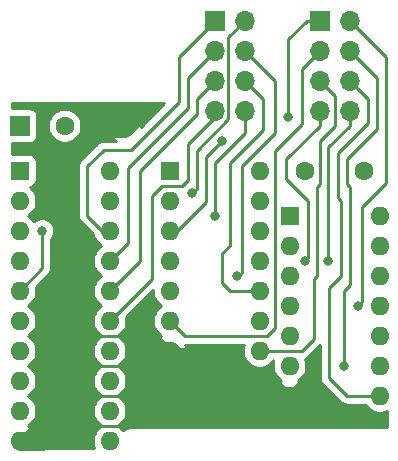
<source format=gbr>
%TF.GenerationSoftware,KiCad,Pcbnew,(5.1.9)-1*%
%TF.CreationDate,2021-10-31T12:04:18+08:00*%
%TF.ProjectId,HCT145Interposer,48435431-3435-4496-9e74-6572706f7365,rev?*%
%TF.SameCoordinates,Original*%
%TF.FileFunction,Copper,L2,Bot*%
%TF.FilePolarity,Positive*%
%FSLAX46Y46*%
G04 Gerber Fmt 4.6, Leading zero omitted, Abs format (unit mm)*
G04 Created by KiCad (PCBNEW (5.1.9)-1) date 2021-10-31 12:04:18*
%MOMM*%
%LPD*%
G01*
G04 APERTURE LIST*
%TA.AperFunction,ComponentPad*%
%ADD10O,1.700000X1.700000*%
%TD*%
%TA.AperFunction,ComponentPad*%
%ADD11R,1.700000X1.700000*%
%TD*%
%TA.AperFunction,ComponentPad*%
%ADD12O,1.600000X1.600000*%
%TD*%
%TA.AperFunction,ComponentPad*%
%ADD13R,1.600000X1.600000*%
%TD*%
%TA.AperFunction,ComponentPad*%
%ADD14C,1.600000*%
%TD*%
%TA.AperFunction,ViaPad*%
%ADD15C,1.000000*%
%TD*%
%TA.AperFunction,ViaPad*%
%ADD16C,0.800000*%
%TD*%
%TA.AperFunction,Conductor*%
%ADD17C,0.250000*%
%TD*%
%TA.AperFunction,Conductor*%
%ADD18C,1.600000*%
%TD*%
%TA.AperFunction,Conductor*%
%ADD19C,2.000000*%
%TD*%
%TA.AperFunction,Conductor*%
%ADD20C,0.254000*%
%TD*%
%TA.AperFunction,Conductor*%
%ADD21C,0.100000*%
%TD*%
G04 APERTURE END LIST*
D10*
%TO.P,J7,8*%
%TO.N,GATE3_125_OUT*%
X129540000Y-88900000D03*
%TO.P,J7,7*%
%TO.N,GATE3_OUT*%
X127000000Y-88900000D03*
%TO.P,J7,6*%
%TO.N,GATE2_125_OUT*%
X129540000Y-86360000D03*
%TO.P,J7,5*%
%TO.N,GATE2_OUT*%
X127000000Y-86360000D03*
%TO.P,J7,4*%
%TO.N,GATE1_125_OUT*%
X129540000Y-83820000D03*
%TO.P,J7,3*%
%TO.N,GATE1_OUT*%
X127000000Y-83820000D03*
%TO.P,J7,2*%
%TO.N,GATE0_125_OUT*%
X129540000Y-81280000D03*
D11*
%TO.P,J7,1*%
%TO.N,GATE0_OUT*%
X127000000Y-81280000D03*
%TD*%
D10*
%TO.P,J8,8*%
%TO.N,GATE3_~OE*%
X120650000Y-88900000D03*
%TO.P,J8,7*%
%TO.N,GATE3_245_OUT*%
X118110000Y-88900000D03*
%TO.P,J8,6*%
%TO.N,GATE2_~OE*%
X120650000Y-86360000D03*
%TO.P,J8,5*%
%TO.N,GATE2_245_OUT*%
X118110000Y-86360000D03*
%TO.P,J8,4*%
%TO.N,GATE1_~OE*%
X120650000Y-83820000D03*
%TO.P,J8,3*%
%TO.N,GATE1_245_OUT*%
X118110000Y-83820000D03*
%TO.P,J8,2*%
%TO.N,GATE0_~OE*%
X120650000Y-81280000D03*
D11*
%TO.P,J8,1*%
%TO.N,GATE0_245_OUT*%
X118110000Y-81280000D03*
%TD*%
D12*
%TO.P,U1,14*%
%TO.N,+5V*%
X132080000Y-97790000D03*
%TO.P,U1,7*%
%TO.N,GND*%
X124460000Y-113030000D03*
%TO.P,U1,13*%
%TO.N,GATE3_~OE*%
X132080000Y-100330000D03*
%TO.P,U1,6*%
%TO.N,GATE1_125_OUT*%
X124460000Y-110490000D03*
%TO.P,U1,12*%
%TO.N,GATE3_IN*%
X132080000Y-102870000D03*
%TO.P,U1,5*%
%TO.N,GATE1_IN*%
X124460000Y-107950000D03*
%TO.P,U1,11*%
%TO.N,GATE3_125_OUT*%
X132080000Y-105410000D03*
%TO.P,U1,4*%
%TO.N,GATE1_~OE*%
X124460000Y-105410000D03*
%TO.P,U1,10*%
%TO.N,GATE2_~OE*%
X132080000Y-107950000D03*
%TO.P,U1,3*%
%TO.N,GATE0_125_OUT*%
X124460000Y-102870000D03*
%TO.P,U1,9*%
%TO.N,GATE2_IN*%
X132080000Y-110490000D03*
%TO.P,U1,2*%
%TO.N,GATE0_IN*%
X124460000Y-100330000D03*
%TO.P,U1,8*%
%TO.N,GATE2_125_OUT*%
X132080000Y-113030000D03*
D13*
%TO.P,U1,1*%
%TO.N,GATE0_~OE*%
X124460000Y-97790000D03*
%TD*%
D12*
%TO.P,U2,20*%
%TO.N,+3V3*%
X109220000Y-93980000D03*
%TO.P,U2,10*%
%TO.N,GND*%
X101600000Y-116840000D03*
%TO.P,U2,19*%
X109220000Y-96520000D03*
%TO.P,U2,9*%
X101600000Y-114300000D03*
%TO.P,U2,18*%
%TO.N,GATE0_245_OUT*%
X109220000Y-99060000D03*
%TO.P,U2,8*%
%TO.N,GND*%
X101600000Y-111760000D03*
%TO.P,U2,17*%
%TO.N,GATE1_245_OUT*%
X109220000Y-101600000D03*
%TO.P,U2,7*%
%TO.N,GND*%
X101600000Y-109220000D03*
%TO.P,U2,16*%
%TO.N,GATE2_245_OUT*%
X109220000Y-104140000D03*
%TO.P,U2,6*%
%TO.N,GND*%
X101600000Y-106680000D03*
%TO.P,U2,15*%
%TO.N,GATE3_245_OUT*%
X109220000Y-106680000D03*
%TO.P,U2,5*%
%TO.N,GATE3_OUT*%
X101600000Y-104140000D03*
%TO.P,U2,14*%
%TO.N,Net-(U2-Pad14)*%
X109220000Y-109220000D03*
%TO.P,U2,4*%
%TO.N,GATE2_OUT*%
X101600000Y-101600000D03*
%TO.P,U2,13*%
%TO.N,Net-(U2-Pad13)*%
X109220000Y-111760000D03*
%TO.P,U2,3*%
%TO.N,GATE1_OUT*%
X101600000Y-99060000D03*
%TO.P,U2,12*%
%TO.N,Net-(U2-Pad12)*%
X109220000Y-114300000D03*
%TO.P,U2,2*%
%TO.N,GATE0_OUT*%
X101600000Y-96520000D03*
%TO.P,U2,11*%
%TO.N,Net-(U2-Pad11)*%
X109220000Y-116840000D03*
D13*
%TO.P,U2,1*%
%TO.N,+3V3*%
X101600000Y-93980000D03*
%TD*%
D12*
%TO.P,J3,14*%
%TO.N,+5V*%
X121920000Y-93980000D03*
%TO.P,J3,7*%
%TO.N,GND*%
X114300000Y-109220000D03*
%TO.P,J3,13*%
%TO.N,GATE3_~OE*%
X121920000Y-96520000D03*
%TO.P,J3,6*%
%TO.N,GATE1_OUT*%
X114300000Y-106680000D03*
%TO.P,J3,12*%
%TO.N,GATE3_IN*%
X121920000Y-99060000D03*
%TO.P,J3,5*%
%TO.N,GATE1_IN*%
X114300000Y-104140000D03*
%TO.P,J3,11*%
%TO.N,GATE3_OUT*%
X121920000Y-101600000D03*
%TO.P,J3,4*%
%TO.N,GATE1_~OE*%
X114300000Y-101600000D03*
%TO.P,J3,10*%
%TO.N,GATE2_~OE*%
X121920000Y-104140000D03*
%TO.P,J3,3*%
%TO.N,GATE0_OUT*%
X114300000Y-99060000D03*
%TO.P,J3,9*%
%TO.N,GATE2_IN*%
X121920000Y-106680000D03*
%TO.P,J3,2*%
%TO.N,GATE0_IN*%
X114300000Y-96520000D03*
%TO.P,J3,8*%
%TO.N,GATE2_OUT*%
X121920000Y-109220000D03*
D13*
%TO.P,J3,1*%
%TO.N,GATE0_~OE*%
X114300000Y-93980000D03*
%TD*%
D14*
%TO.P,C1,1*%
%TO.N,+5V*%
X125730000Y-93980000D03*
%TO.P,C1,2*%
%TO.N,GND*%
X130730000Y-93980000D03*
%TD*%
%TO.P,C2,2*%
%TO.N,GND*%
X110410000Y-90170000D03*
%TO.P,C2,1*%
%TO.N,+3V3*%
X105410000Y-90170000D03*
%TD*%
D11*
%TO.P,J1,1*%
%TO.N,+3V3*%
X101600000Y-90170000D03*
%TD*%
D15*
%TO.N,GND*%
X107950000Y-90805000D03*
X107950000Y-88900000D03*
X112395000Y-88900000D03*
X104140000Y-96520000D03*
X106045000Y-96520000D03*
X106045000Y-94615000D03*
X104140000Y-92710000D03*
X104140000Y-94615000D03*
D16*
%TO.N,GATE3_~OE*%
X118110000Y-97790000D03*
%TO.N,GATE3_OUT*%
X125730000Y-101600000D03*
X103505000Y-99060000D03*
%TO.N,GATE1_~OE*%
X120015000Y-102870000D03*
%TO.N,GATE0_OUT*%
X118745000Y-91440000D03*
X124333000Y-89408000D03*
%TO.N,GATE0_~OE*%
X116205000Y-95885000D03*
%TO.N,GATE3_125_OUT*%
X127725010Y-101600000D03*
%TO.N,GATE1_125_OUT*%
X129032000Y-110490000D03*
%TO.N,GATE0_125_OUT*%
X130265000Y-105409986D03*
%TD*%
D17*
%TO.N,GND*%
X105410000Y-107950000D02*
X110490000Y-107950000D01*
X105410000Y-110490000D02*
X110490000Y-110490000D01*
X105410000Y-113030000D02*
X110490000Y-113030000D01*
D18*
X124460000Y-113030000D02*
X121285000Y-113030000D01*
X101600000Y-116840000D02*
X103505000Y-116840000D01*
D17*
X103505000Y-116840000D02*
X105410000Y-116840000D01*
D18*
X114300000Y-109220000D02*
X114300000Y-110490000D01*
X114300000Y-109220000D02*
X113030000Y-110490000D01*
D19*
X110410000Y-90170000D02*
X109220000Y-90170000D01*
D18*
X110410000Y-90170000D02*
X109220000Y-88980000D01*
X110410000Y-90170000D02*
X110410000Y-88980000D01*
D19*
X110410000Y-90170000D02*
X111125000Y-89535000D01*
D18*
X113538000Y-109220000D02*
X112268000Y-107950000D01*
X114300000Y-109220000D02*
X113538000Y-109220000D01*
X114808000Y-109728000D02*
X116078000Y-109728000D01*
X114300000Y-109220000D02*
X114808000Y-109728000D01*
X124460000Y-113030000D02*
X123698000Y-113030000D01*
X102362000Y-116840000D02*
X103632000Y-115570000D01*
X101600000Y-116840000D02*
X102362000Y-116840000D01*
D17*
X105410000Y-115570000D02*
X110490000Y-115570000D01*
X105410000Y-116840000D02*
X105410000Y-115570000D01*
X105410000Y-115570000D02*
X105410000Y-107950000D01*
D18*
X123698000Y-113030000D02*
X122428000Y-111760000D01*
X124460000Y-113030000D02*
X125095000Y-113030000D01*
X125095000Y-113030000D02*
X125730000Y-112395000D01*
X124460000Y-113030000D02*
X126365000Y-113030000D01*
X124460000Y-113030000D02*
X125730000Y-114300000D01*
X124460000Y-113030000D02*
X124460000Y-114935000D01*
X124460000Y-113030000D02*
X123190000Y-114300000D01*
D17*
%TO.N,GATE3_~OE*%
X120650000Y-88900000D02*
X120650000Y-90805000D01*
X120650000Y-90805000D02*
X118110000Y-93345000D01*
X118110000Y-93345000D02*
X118110000Y-97790000D01*
%TO.N,GATE1_OUT*%
X125476000Y-90043000D02*
X125476000Y-85344000D01*
X123190000Y-92329000D02*
X125476000Y-90043000D01*
X122555000Y-107950000D02*
X123190000Y-107315000D01*
X125476000Y-85344000D02*
X127000000Y-83820000D01*
X115570000Y-107950000D02*
X122555000Y-107950000D01*
X123190000Y-107315000D02*
X123190000Y-92329000D01*
X114300000Y-106680000D02*
X115570000Y-107950000D01*
%TO.N,GATE3_OUT*%
X125984000Y-96520000D02*
X125984000Y-101346000D01*
X124142500Y-94678500D02*
X125984000Y-96520000D01*
X125984000Y-101346000D02*
X125730000Y-101600000D01*
X124142500Y-93027500D02*
X124142500Y-94678500D01*
X127000000Y-90170000D02*
X124142500Y-93027500D01*
X127000000Y-88900000D02*
X127000000Y-90170000D01*
X103505000Y-102235000D02*
X101600000Y-104140000D01*
X103505000Y-99060000D02*
X103505000Y-102235000D01*
%TO.N,GATE1_~OE*%
X123190000Y-90805000D02*
X123190000Y-86360000D01*
X120396000Y-93599000D02*
X123190000Y-90805000D01*
X120396000Y-102616000D02*
X120396000Y-93599000D01*
X120015000Y-102870000D02*
X120396000Y-102616000D01*
X123190000Y-86360000D02*
X120650000Y-83820000D01*
%TO.N,GATE2_~OE*%
X118745000Y-103505000D02*
X119380000Y-104140000D01*
X119380000Y-100330000D02*
X118745000Y-100965000D01*
X118745000Y-100965000D02*
X118745000Y-103505000D01*
X122174000Y-90551000D02*
X119380000Y-93345000D01*
X119380000Y-93345000D02*
X119380000Y-100330000D01*
X122174000Y-87884000D02*
X122174000Y-90551000D01*
X119380000Y-104140000D02*
X121920000Y-104140000D01*
X120650000Y-86360000D02*
X122174000Y-87884000D01*
%TO.N,GATE0_OUT*%
X127000000Y-81280000D02*
X125900000Y-81280000D01*
X125900000Y-81280000D02*
X124333000Y-82847000D01*
X124333000Y-82847000D02*
X124333000Y-89408000D01*
X114935000Y-99060000D02*
X114300000Y-99060000D01*
X117348000Y-96647000D02*
X114935000Y-99060000D01*
X117348000Y-92837000D02*
X117348000Y-96647000D01*
X118745000Y-91440000D02*
X117348000Y-92837000D01*
%TO.N,GATE2_OUT*%
X125476000Y-109220000D02*
X121920000Y-109220000D01*
X126492000Y-108204000D02*
X125476000Y-109220000D01*
X126746000Y-102870000D02*
X126492000Y-103124000D01*
X126746000Y-95377000D02*
X126746000Y-102870000D01*
X127000000Y-95123000D02*
X126746000Y-95377000D01*
X127000000Y-91440000D02*
X127000000Y-95123000D01*
X128270000Y-90170000D02*
X127000000Y-91440000D01*
X126492000Y-103124000D02*
X126492000Y-108204000D01*
X128270000Y-87630000D02*
X128270000Y-90170000D01*
X127000000Y-86360000D02*
X128270000Y-87630000D01*
%TO.N,GATE0_~OE*%
X119285001Y-82644999D02*
X120650000Y-81280000D01*
X119285001Y-89628589D02*
X119285001Y-82644999D01*
X116586000Y-92327590D02*
X119285001Y-89628589D01*
X116586000Y-95504000D02*
X116586000Y-92327590D01*
X116205000Y-95885000D02*
X116586000Y-95504000D01*
%TO.N,GATE3_125_OUT*%
X127725010Y-91985695D02*
X129540000Y-90170705D01*
X127725010Y-101600000D02*
X127725010Y-91985695D01*
X129540000Y-90170705D02*
X129540000Y-88900000D01*
%TO.N,GATE2_125_OUT*%
X129286000Y-113030000D02*
X132080000Y-113030000D01*
X127762000Y-103886000D02*
X127762000Y-111506000D01*
X128778000Y-102870000D02*
X127762000Y-103886000D01*
X128524000Y-96266000D02*
X128778000Y-96520000D01*
X127762000Y-111506000D02*
X129286000Y-113030000D01*
X128778000Y-96520000D02*
X128778000Y-102870000D01*
X128524000Y-92456000D02*
X128524000Y-96266000D01*
X131064000Y-89916000D02*
X128524000Y-92456000D01*
X131064000Y-87884000D02*
X131064000Y-89916000D01*
X129540000Y-86360000D02*
X131064000Y-87884000D01*
%TO.N,GATE1_125_OUT*%
X131826000Y-86106000D02*
X129540000Y-83820000D01*
X131826000Y-90424000D02*
X131826000Y-86106000D01*
X129286000Y-95123000D02*
X129286000Y-92964000D01*
X129540000Y-95377000D02*
X129286000Y-95123000D01*
X129540000Y-103632000D02*
X129540000Y-95377000D01*
X129286000Y-92964000D02*
X131826000Y-90424000D01*
X129032000Y-104140000D02*
X129540000Y-103632000D01*
X129032000Y-110490000D02*
X129032000Y-104140000D01*
%TO.N,GATE0_125_OUT*%
X130556000Y-105118986D02*
X130265000Y-105409986D01*
X130556000Y-97028000D02*
X130556000Y-105118986D01*
X132588000Y-94996000D02*
X130556000Y-97028000D01*
X132588000Y-84328000D02*
X132588000Y-94996000D01*
X129540000Y-81280000D02*
X132588000Y-84328000D01*
%TO.N,GATE3_245_OUT*%
X112776000Y-103124000D02*
X109220000Y-106680000D01*
X112776000Y-96139000D02*
X112776000Y-103124000D01*
X113665000Y-95250000D02*
X112776000Y-96139000D01*
X115316000Y-95250000D02*
X113665000Y-95250000D01*
X115824000Y-94742000D02*
X115316000Y-95250000D01*
X115824000Y-91694000D02*
X115824000Y-94742000D01*
X118110000Y-89408000D02*
X115824000Y-91694000D01*
X118110000Y-88900000D02*
X118110000Y-89408000D01*
%TO.N,GATE2_245_OUT*%
X111760000Y-101600000D02*
X109220000Y-104140000D01*
X111760000Y-93980000D02*
X111760000Y-101600000D01*
X116586000Y-89154000D02*
X111760000Y-93980000D01*
X116586000Y-87884000D02*
X116586000Y-89154000D01*
X118110000Y-86360000D02*
X116586000Y-87884000D01*
%TO.N,GATE1_245_OUT*%
X110744000Y-93726000D02*
X110744000Y-100076000D01*
X110744000Y-100076000D02*
X109220000Y-101600000D01*
X115824000Y-88646000D02*
X110744000Y-93726000D01*
X115824000Y-86106000D02*
X115824000Y-88646000D01*
X118110000Y-83820000D02*
X115824000Y-86106000D01*
%TO.N,GATE0_245_OUT*%
X108585000Y-99060000D02*
X109220000Y-99060000D01*
X107315000Y-97790000D02*
X108585000Y-99060000D01*
X108712000Y-92202000D02*
X107315000Y-93599000D01*
X115062000Y-88138000D02*
X110998000Y-92202000D01*
X110998000Y-92202000D02*
X108712000Y-92202000D01*
X115062000Y-84328000D02*
X115062000Y-88138000D01*
X107315000Y-93599000D02*
X107315000Y-97790000D01*
X118110000Y-81280000D02*
X115062000Y-84328000D01*
%TD*%
D20*
%TO.N,GND*%
X111845000Y-90280199D02*
X111845000Y-90028665D01*
X111789853Y-89751426D01*
X111681680Y-89490273D01*
X111524637Y-89255241D01*
X111324759Y-89055363D01*
X111089727Y-88898320D01*
X110828574Y-88790147D01*
X110551335Y-88735000D01*
X110268665Y-88735000D01*
X109991426Y-88790147D01*
X109730273Y-88898320D01*
X109495241Y-89055363D01*
X109295363Y-89255241D01*
X109138320Y-89490273D01*
X109030147Y-89751426D01*
X108975000Y-90028665D01*
X108975000Y-90311335D01*
X109030147Y-90588574D01*
X109138320Y-90849727D01*
X109295363Y-91084759D01*
X109495241Y-91284637D01*
X109730273Y-91441680D01*
X109731046Y-91442000D01*
X108749322Y-91442000D01*
X108711999Y-91438324D01*
X108674676Y-91442000D01*
X108674667Y-91442000D01*
X108563014Y-91452997D01*
X108419753Y-91496454D01*
X108287724Y-91567026D01*
X108171999Y-91661999D01*
X108148201Y-91690997D01*
X106804003Y-93035196D01*
X106774999Y-93058999D01*
X106730694Y-93112985D01*
X106680026Y-93174724D01*
X106636451Y-93256246D01*
X106609454Y-93306754D01*
X106565997Y-93450015D01*
X106555000Y-93561668D01*
X106555000Y-93561678D01*
X106551324Y-93599000D01*
X106555000Y-93636323D01*
X106555001Y-97752668D01*
X106551324Y-97790000D01*
X106555001Y-97827333D01*
X106565998Y-97938986D01*
X106570856Y-97955000D01*
X106609454Y-98082246D01*
X106680026Y-98214276D01*
X106734175Y-98280256D01*
X106775000Y-98330001D01*
X106803998Y-98353799D01*
X107818141Y-99367943D01*
X107840147Y-99478574D01*
X107948320Y-99739727D01*
X108105363Y-99974759D01*
X108305241Y-100174637D01*
X108537759Y-100330000D01*
X108305241Y-100485363D01*
X108105363Y-100685241D01*
X107948320Y-100920273D01*
X107840147Y-101181426D01*
X107785000Y-101458665D01*
X107785000Y-101741335D01*
X107840147Y-102018574D01*
X107948320Y-102279727D01*
X108105363Y-102514759D01*
X108305241Y-102714637D01*
X108537759Y-102870000D01*
X108305241Y-103025363D01*
X108105363Y-103225241D01*
X107948320Y-103460273D01*
X107840147Y-103721426D01*
X107785000Y-103998665D01*
X107785000Y-104281335D01*
X107840147Y-104558574D01*
X107948320Y-104819727D01*
X108105363Y-105054759D01*
X108305241Y-105254637D01*
X108537759Y-105410000D01*
X108305241Y-105565363D01*
X108105363Y-105765241D01*
X107948320Y-106000273D01*
X107840147Y-106261426D01*
X107785000Y-106538665D01*
X107785000Y-106821335D01*
X107840147Y-107098574D01*
X107948320Y-107359727D01*
X108105363Y-107594759D01*
X108305241Y-107794637D01*
X108537759Y-107950000D01*
X108305241Y-108105363D01*
X108105363Y-108305241D01*
X107948320Y-108540273D01*
X107840147Y-108801426D01*
X107785000Y-109078665D01*
X107785000Y-109361335D01*
X107840147Y-109638574D01*
X107948320Y-109899727D01*
X108105363Y-110134759D01*
X108305241Y-110334637D01*
X108537759Y-110490000D01*
X108305241Y-110645363D01*
X108105363Y-110845241D01*
X107948320Y-111080273D01*
X107840147Y-111341426D01*
X107785000Y-111618665D01*
X107785000Y-111901335D01*
X107840147Y-112178574D01*
X107948320Y-112439727D01*
X108105363Y-112674759D01*
X108305241Y-112874637D01*
X108537759Y-113030000D01*
X108305241Y-113185363D01*
X108105363Y-113385241D01*
X107948320Y-113620273D01*
X107840147Y-113881426D01*
X107785000Y-114158665D01*
X107785000Y-114441335D01*
X107840147Y-114718574D01*
X107948320Y-114979727D01*
X108105363Y-115214759D01*
X108305241Y-115414637D01*
X108537759Y-115570000D01*
X108305241Y-115725363D01*
X108105363Y-115925241D01*
X107948320Y-116160273D01*
X107840147Y-116421426D01*
X107785000Y-116698665D01*
X107785000Y-116981335D01*
X107840147Y-117258574D01*
X107919438Y-117450000D01*
X102900562Y-117450000D01*
X102979853Y-117258574D01*
X103035000Y-116981335D01*
X103035000Y-116698665D01*
X102979853Y-116421426D01*
X102871680Y-116160273D01*
X102714637Y-115925241D01*
X102514759Y-115725363D01*
X102282241Y-115570000D01*
X102514759Y-115414637D01*
X102714637Y-115214759D01*
X102871680Y-114979727D01*
X102979853Y-114718574D01*
X103035000Y-114441335D01*
X103035000Y-114158665D01*
X102979853Y-113881426D01*
X102871680Y-113620273D01*
X102714637Y-113385241D01*
X102514759Y-113185363D01*
X102282241Y-113030000D01*
X102514759Y-112874637D01*
X102714637Y-112674759D01*
X102871680Y-112439727D01*
X102979853Y-112178574D01*
X103035000Y-111901335D01*
X103035000Y-111618665D01*
X102979853Y-111341426D01*
X102871680Y-111080273D01*
X102714637Y-110845241D01*
X102514759Y-110645363D01*
X102282241Y-110490000D01*
X102514759Y-110334637D01*
X102714637Y-110134759D01*
X102871680Y-109899727D01*
X102979853Y-109638574D01*
X103035000Y-109361335D01*
X103035000Y-109078665D01*
X102979853Y-108801426D01*
X102871680Y-108540273D01*
X102714637Y-108305241D01*
X102514759Y-108105363D01*
X102282241Y-107950000D01*
X102514759Y-107794637D01*
X102714637Y-107594759D01*
X102871680Y-107359727D01*
X102979853Y-107098574D01*
X103035000Y-106821335D01*
X103035000Y-106538665D01*
X102979853Y-106261426D01*
X102871680Y-106000273D01*
X102714637Y-105765241D01*
X102514759Y-105565363D01*
X102282241Y-105410000D01*
X102514759Y-105254637D01*
X102714637Y-105054759D01*
X102871680Y-104819727D01*
X102979853Y-104558574D01*
X103035000Y-104281335D01*
X103035000Y-103998665D01*
X102998688Y-103816114D01*
X104016003Y-102798799D01*
X104045001Y-102775001D01*
X104139974Y-102659276D01*
X104210546Y-102527247D01*
X104254003Y-102383986D01*
X104265000Y-102272333D01*
X104265000Y-102272323D01*
X104268676Y-102235000D01*
X104265000Y-102197677D01*
X104265000Y-99763711D01*
X104308937Y-99719774D01*
X104422205Y-99550256D01*
X104500226Y-99361898D01*
X104540000Y-99161939D01*
X104540000Y-98958061D01*
X104500226Y-98758102D01*
X104422205Y-98569744D01*
X104308937Y-98400226D01*
X104164774Y-98256063D01*
X103995256Y-98142795D01*
X103806898Y-98064774D01*
X103606939Y-98025000D01*
X103403061Y-98025000D01*
X103203102Y-98064774D01*
X103014744Y-98142795D01*
X102845226Y-98256063D01*
X102811333Y-98289956D01*
X102714637Y-98145241D01*
X102514759Y-97945363D01*
X102282241Y-97790000D01*
X102514759Y-97634637D01*
X102714637Y-97434759D01*
X102871680Y-97199727D01*
X102979853Y-96938574D01*
X103035000Y-96661335D01*
X103035000Y-96378665D01*
X102979853Y-96101426D01*
X102871680Y-95840273D01*
X102714637Y-95605241D01*
X102516039Y-95406643D01*
X102524482Y-95405812D01*
X102644180Y-95369502D01*
X102754494Y-95310537D01*
X102851185Y-95231185D01*
X102930537Y-95134494D01*
X102989502Y-95024180D01*
X103025812Y-94904482D01*
X103038072Y-94780000D01*
X103038072Y-93180000D01*
X103025812Y-93055518D01*
X102989502Y-92935820D01*
X102930537Y-92825506D01*
X102851185Y-92728815D01*
X102754494Y-92649463D01*
X102644180Y-92590498D01*
X102524482Y-92554188D01*
X102400000Y-92541928D01*
X100990000Y-92541928D01*
X100990000Y-91658072D01*
X102450000Y-91658072D01*
X102574482Y-91645812D01*
X102694180Y-91609502D01*
X102804494Y-91550537D01*
X102901185Y-91471185D01*
X102980537Y-91374494D01*
X103039502Y-91264180D01*
X103075812Y-91144482D01*
X103088072Y-91020000D01*
X103088072Y-90028665D01*
X103975000Y-90028665D01*
X103975000Y-90311335D01*
X104030147Y-90588574D01*
X104138320Y-90849727D01*
X104295363Y-91084759D01*
X104495241Y-91284637D01*
X104730273Y-91441680D01*
X104991426Y-91549853D01*
X105268665Y-91605000D01*
X105551335Y-91605000D01*
X105828574Y-91549853D01*
X106089727Y-91441680D01*
X106324759Y-91284637D01*
X106524637Y-91084759D01*
X106681680Y-90849727D01*
X106789853Y-90588574D01*
X106845000Y-90311335D01*
X106845000Y-90028665D01*
X106789853Y-89751426D01*
X106681680Y-89490273D01*
X106524637Y-89255241D01*
X106324759Y-89055363D01*
X106089727Y-88898320D01*
X105828574Y-88790147D01*
X105551335Y-88735000D01*
X105268665Y-88735000D01*
X104991426Y-88790147D01*
X104730273Y-88898320D01*
X104495241Y-89055363D01*
X104295363Y-89255241D01*
X104138320Y-89490273D01*
X104030147Y-89751426D01*
X103975000Y-90028665D01*
X103088072Y-90028665D01*
X103088072Y-89320000D01*
X103075812Y-89195518D01*
X103039502Y-89075820D01*
X102980537Y-88965506D01*
X102901185Y-88868815D01*
X102804494Y-88789463D01*
X102694180Y-88730498D01*
X102574482Y-88694188D01*
X102450000Y-88681928D01*
X100990000Y-88681928D01*
X100990000Y-88297275D01*
X100990666Y-88290487D01*
X100995301Y-88290000D01*
X113697419Y-88290000D01*
X113725419Y-88287242D01*
X113729255Y-88287269D01*
X113738426Y-88286369D01*
X113850622Y-88274576D01*
X111845000Y-90280199D01*
%TA.AperFunction,Conductor*%
D21*
G36*
X111845000Y-90280199D02*
G01*
X111845000Y-90028665D01*
X111789853Y-89751426D01*
X111681680Y-89490273D01*
X111524637Y-89255241D01*
X111324759Y-89055363D01*
X111089727Y-88898320D01*
X110828574Y-88790147D01*
X110551335Y-88735000D01*
X110268665Y-88735000D01*
X109991426Y-88790147D01*
X109730273Y-88898320D01*
X109495241Y-89055363D01*
X109295363Y-89255241D01*
X109138320Y-89490273D01*
X109030147Y-89751426D01*
X108975000Y-90028665D01*
X108975000Y-90311335D01*
X109030147Y-90588574D01*
X109138320Y-90849727D01*
X109295363Y-91084759D01*
X109495241Y-91284637D01*
X109730273Y-91441680D01*
X109731046Y-91442000D01*
X108749322Y-91442000D01*
X108711999Y-91438324D01*
X108674676Y-91442000D01*
X108674667Y-91442000D01*
X108563014Y-91452997D01*
X108419753Y-91496454D01*
X108287724Y-91567026D01*
X108171999Y-91661999D01*
X108148201Y-91690997D01*
X106804003Y-93035196D01*
X106774999Y-93058999D01*
X106730694Y-93112985D01*
X106680026Y-93174724D01*
X106636451Y-93256246D01*
X106609454Y-93306754D01*
X106565997Y-93450015D01*
X106555000Y-93561668D01*
X106555000Y-93561678D01*
X106551324Y-93599000D01*
X106555000Y-93636323D01*
X106555001Y-97752668D01*
X106551324Y-97790000D01*
X106555001Y-97827333D01*
X106565998Y-97938986D01*
X106570856Y-97955000D01*
X106609454Y-98082246D01*
X106680026Y-98214276D01*
X106734175Y-98280256D01*
X106775000Y-98330001D01*
X106803998Y-98353799D01*
X107818141Y-99367943D01*
X107840147Y-99478574D01*
X107948320Y-99739727D01*
X108105363Y-99974759D01*
X108305241Y-100174637D01*
X108537759Y-100330000D01*
X108305241Y-100485363D01*
X108105363Y-100685241D01*
X107948320Y-100920273D01*
X107840147Y-101181426D01*
X107785000Y-101458665D01*
X107785000Y-101741335D01*
X107840147Y-102018574D01*
X107948320Y-102279727D01*
X108105363Y-102514759D01*
X108305241Y-102714637D01*
X108537759Y-102870000D01*
X108305241Y-103025363D01*
X108105363Y-103225241D01*
X107948320Y-103460273D01*
X107840147Y-103721426D01*
X107785000Y-103998665D01*
X107785000Y-104281335D01*
X107840147Y-104558574D01*
X107948320Y-104819727D01*
X108105363Y-105054759D01*
X108305241Y-105254637D01*
X108537759Y-105410000D01*
X108305241Y-105565363D01*
X108105363Y-105765241D01*
X107948320Y-106000273D01*
X107840147Y-106261426D01*
X107785000Y-106538665D01*
X107785000Y-106821335D01*
X107840147Y-107098574D01*
X107948320Y-107359727D01*
X108105363Y-107594759D01*
X108305241Y-107794637D01*
X108537759Y-107950000D01*
X108305241Y-108105363D01*
X108105363Y-108305241D01*
X107948320Y-108540273D01*
X107840147Y-108801426D01*
X107785000Y-109078665D01*
X107785000Y-109361335D01*
X107840147Y-109638574D01*
X107948320Y-109899727D01*
X108105363Y-110134759D01*
X108305241Y-110334637D01*
X108537759Y-110490000D01*
X108305241Y-110645363D01*
X108105363Y-110845241D01*
X107948320Y-111080273D01*
X107840147Y-111341426D01*
X107785000Y-111618665D01*
X107785000Y-111901335D01*
X107840147Y-112178574D01*
X107948320Y-112439727D01*
X108105363Y-112674759D01*
X108305241Y-112874637D01*
X108537759Y-113030000D01*
X108305241Y-113185363D01*
X108105363Y-113385241D01*
X107948320Y-113620273D01*
X107840147Y-113881426D01*
X107785000Y-114158665D01*
X107785000Y-114441335D01*
X107840147Y-114718574D01*
X107948320Y-114979727D01*
X108105363Y-115214759D01*
X108305241Y-115414637D01*
X108537759Y-115570000D01*
X108305241Y-115725363D01*
X108105363Y-115925241D01*
X107948320Y-116160273D01*
X107840147Y-116421426D01*
X107785000Y-116698665D01*
X107785000Y-116981335D01*
X107840147Y-117258574D01*
X107919438Y-117450000D01*
X102900562Y-117450000D01*
X102979853Y-117258574D01*
X103035000Y-116981335D01*
X103035000Y-116698665D01*
X102979853Y-116421426D01*
X102871680Y-116160273D01*
X102714637Y-115925241D01*
X102514759Y-115725363D01*
X102282241Y-115570000D01*
X102514759Y-115414637D01*
X102714637Y-115214759D01*
X102871680Y-114979727D01*
X102979853Y-114718574D01*
X103035000Y-114441335D01*
X103035000Y-114158665D01*
X102979853Y-113881426D01*
X102871680Y-113620273D01*
X102714637Y-113385241D01*
X102514759Y-113185363D01*
X102282241Y-113030000D01*
X102514759Y-112874637D01*
X102714637Y-112674759D01*
X102871680Y-112439727D01*
X102979853Y-112178574D01*
X103035000Y-111901335D01*
X103035000Y-111618665D01*
X102979853Y-111341426D01*
X102871680Y-111080273D01*
X102714637Y-110845241D01*
X102514759Y-110645363D01*
X102282241Y-110490000D01*
X102514759Y-110334637D01*
X102714637Y-110134759D01*
X102871680Y-109899727D01*
X102979853Y-109638574D01*
X103035000Y-109361335D01*
X103035000Y-109078665D01*
X102979853Y-108801426D01*
X102871680Y-108540273D01*
X102714637Y-108305241D01*
X102514759Y-108105363D01*
X102282241Y-107950000D01*
X102514759Y-107794637D01*
X102714637Y-107594759D01*
X102871680Y-107359727D01*
X102979853Y-107098574D01*
X103035000Y-106821335D01*
X103035000Y-106538665D01*
X102979853Y-106261426D01*
X102871680Y-106000273D01*
X102714637Y-105765241D01*
X102514759Y-105565363D01*
X102282241Y-105410000D01*
X102514759Y-105254637D01*
X102714637Y-105054759D01*
X102871680Y-104819727D01*
X102979853Y-104558574D01*
X103035000Y-104281335D01*
X103035000Y-103998665D01*
X102998688Y-103816114D01*
X104016003Y-102798799D01*
X104045001Y-102775001D01*
X104139974Y-102659276D01*
X104210546Y-102527247D01*
X104254003Y-102383986D01*
X104265000Y-102272333D01*
X104265000Y-102272323D01*
X104268676Y-102235000D01*
X104265000Y-102197677D01*
X104265000Y-99763711D01*
X104308937Y-99719774D01*
X104422205Y-99550256D01*
X104500226Y-99361898D01*
X104540000Y-99161939D01*
X104540000Y-98958061D01*
X104500226Y-98758102D01*
X104422205Y-98569744D01*
X104308937Y-98400226D01*
X104164774Y-98256063D01*
X103995256Y-98142795D01*
X103806898Y-98064774D01*
X103606939Y-98025000D01*
X103403061Y-98025000D01*
X103203102Y-98064774D01*
X103014744Y-98142795D01*
X102845226Y-98256063D01*
X102811333Y-98289956D01*
X102714637Y-98145241D01*
X102514759Y-97945363D01*
X102282241Y-97790000D01*
X102514759Y-97634637D01*
X102714637Y-97434759D01*
X102871680Y-97199727D01*
X102979853Y-96938574D01*
X103035000Y-96661335D01*
X103035000Y-96378665D01*
X102979853Y-96101426D01*
X102871680Y-95840273D01*
X102714637Y-95605241D01*
X102516039Y-95406643D01*
X102524482Y-95405812D01*
X102644180Y-95369502D01*
X102754494Y-95310537D01*
X102851185Y-95231185D01*
X102930537Y-95134494D01*
X102989502Y-95024180D01*
X103025812Y-94904482D01*
X103038072Y-94780000D01*
X103038072Y-93180000D01*
X103025812Y-93055518D01*
X102989502Y-92935820D01*
X102930537Y-92825506D01*
X102851185Y-92728815D01*
X102754494Y-92649463D01*
X102644180Y-92590498D01*
X102524482Y-92554188D01*
X102400000Y-92541928D01*
X100990000Y-92541928D01*
X100990000Y-91658072D01*
X102450000Y-91658072D01*
X102574482Y-91645812D01*
X102694180Y-91609502D01*
X102804494Y-91550537D01*
X102901185Y-91471185D01*
X102980537Y-91374494D01*
X103039502Y-91264180D01*
X103075812Y-91144482D01*
X103088072Y-91020000D01*
X103088072Y-90028665D01*
X103975000Y-90028665D01*
X103975000Y-90311335D01*
X104030147Y-90588574D01*
X104138320Y-90849727D01*
X104295363Y-91084759D01*
X104495241Y-91284637D01*
X104730273Y-91441680D01*
X104991426Y-91549853D01*
X105268665Y-91605000D01*
X105551335Y-91605000D01*
X105828574Y-91549853D01*
X106089727Y-91441680D01*
X106324759Y-91284637D01*
X106524637Y-91084759D01*
X106681680Y-90849727D01*
X106789853Y-90588574D01*
X106845000Y-90311335D01*
X106845000Y-90028665D01*
X106789853Y-89751426D01*
X106681680Y-89490273D01*
X106524637Y-89255241D01*
X106324759Y-89055363D01*
X106089727Y-88898320D01*
X105828574Y-88790147D01*
X105551335Y-88735000D01*
X105268665Y-88735000D01*
X104991426Y-88790147D01*
X104730273Y-88898320D01*
X104495241Y-89055363D01*
X104295363Y-89255241D01*
X104138320Y-89490273D01*
X104030147Y-89751426D01*
X103975000Y-90028665D01*
X103088072Y-90028665D01*
X103088072Y-89320000D01*
X103075812Y-89195518D01*
X103039502Y-89075820D01*
X102980537Y-88965506D01*
X102901185Y-88868815D01*
X102804494Y-88789463D01*
X102694180Y-88730498D01*
X102574482Y-88694188D01*
X102450000Y-88681928D01*
X100990000Y-88681928D01*
X100990000Y-88297275D01*
X100990666Y-88290487D01*
X100995301Y-88290000D01*
X113697419Y-88290000D01*
X113725419Y-88287242D01*
X113729255Y-88287269D01*
X113738426Y-88286369D01*
X113850622Y-88274576D01*
X111845000Y-90280199D01*
G37*
%TD.AperFunction*%
D20*
X112865000Y-104281335D02*
X112920147Y-104558574D01*
X113028320Y-104819727D01*
X113185363Y-105054759D01*
X113385241Y-105254637D01*
X113617759Y-105410000D01*
X113385241Y-105565363D01*
X113185363Y-105765241D01*
X113028320Y-106000273D01*
X112920147Y-106261426D01*
X112865000Y-106538665D01*
X112865000Y-106821335D01*
X112920147Y-107098574D01*
X113028320Y-107359727D01*
X113185363Y-107594759D01*
X113385241Y-107794637D01*
X113617759Y-107950000D01*
X113385241Y-108105363D01*
X113185363Y-108305241D01*
X113028320Y-108540273D01*
X112920147Y-108801426D01*
X112865000Y-109078665D01*
X112865000Y-109361335D01*
X112920147Y-109638574D01*
X113028320Y-109899727D01*
X113185363Y-110134759D01*
X113385241Y-110334637D01*
X113620273Y-110491680D01*
X113881426Y-110599853D01*
X114158665Y-110655000D01*
X114441335Y-110655000D01*
X114718574Y-110599853D01*
X114979727Y-110491680D01*
X115214759Y-110334637D01*
X115414637Y-110134759D01*
X115571680Y-109899727D01*
X115679853Y-109638574D01*
X115735000Y-109361335D01*
X115735000Y-109078665D01*
X115679853Y-108801426D01*
X115641983Y-108710000D01*
X120578017Y-108710000D01*
X120540147Y-108801426D01*
X120485000Y-109078665D01*
X120485000Y-109361335D01*
X120540147Y-109638574D01*
X120648320Y-109899727D01*
X120805363Y-110134759D01*
X121005241Y-110334637D01*
X121240273Y-110491680D01*
X121501426Y-110599853D01*
X121778665Y-110655000D01*
X122061335Y-110655000D01*
X122338574Y-110599853D01*
X122599727Y-110491680D01*
X122834759Y-110334637D01*
X123034637Y-110134759D01*
X123085354Y-110058856D01*
X123080147Y-110071426D01*
X123025000Y-110348665D01*
X123025000Y-110631335D01*
X123080147Y-110908574D01*
X123188320Y-111169727D01*
X123345363Y-111404759D01*
X123545241Y-111604637D01*
X123777759Y-111760000D01*
X123545241Y-111915363D01*
X123345363Y-112115241D01*
X123188320Y-112350273D01*
X123080147Y-112611426D01*
X123025000Y-112888665D01*
X123025000Y-113171335D01*
X123080147Y-113448574D01*
X123188320Y-113709727D01*
X123345363Y-113944759D01*
X123545241Y-114144637D01*
X123780273Y-114301680D01*
X124041426Y-114409853D01*
X124318665Y-114465000D01*
X124601335Y-114465000D01*
X124878574Y-114409853D01*
X125139727Y-114301680D01*
X125374759Y-114144637D01*
X125574637Y-113944759D01*
X125731680Y-113709727D01*
X125839853Y-113448574D01*
X125895000Y-113171335D01*
X125895000Y-112888665D01*
X125839853Y-112611426D01*
X125731680Y-112350273D01*
X125574637Y-112115241D01*
X125374759Y-111915363D01*
X125142241Y-111760000D01*
X125374759Y-111604637D01*
X125574637Y-111404759D01*
X125731680Y-111169727D01*
X125839853Y-110908574D01*
X125895000Y-110631335D01*
X125895000Y-110348665D01*
X125839853Y-110071426D01*
X125777401Y-109920653D01*
X125900276Y-109854974D01*
X126016001Y-109760001D01*
X126039804Y-109730998D01*
X127002001Y-108768801D01*
X127002001Y-111468668D01*
X126998324Y-111506000D01*
X127012998Y-111654985D01*
X127056454Y-111798246D01*
X127127026Y-111930276D01*
X127198201Y-112017002D01*
X127222000Y-112046001D01*
X127250998Y-112069799D01*
X128722205Y-113541008D01*
X128745999Y-113570001D01*
X128774992Y-113593795D01*
X128774996Y-113593799D01*
X128845685Y-113651811D01*
X128861724Y-113664974D01*
X128993753Y-113735546D01*
X129137014Y-113779003D01*
X129248667Y-113790000D01*
X129248676Y-113790000D01*
X129285999Y-113793676D01*
X129323322Y-113790000D01*
X130861957Y-113790000D01*
X130965363Y-113944759D01*
X131165241Y-114144637D01*
X131400273Y-114301680D01*
X131661426Y-114409853D01*
X131938665Y-114465000D01*
X132221335Y-114465000D01*
X132498574Y-114409853D01*
X132690000Y-114330562D01*
X132690000Y-115664725D01*
X132689335Y-115671513D01*
X132684699Y-115672000D01*
X111092581Y-115672000D01*
X111064581Y-115674758D01*
X111060745Y-115674731D01*
X111051574Y-115675631D01*
X110928323Y-115688586D01*
X110869733Y-115700613D01*
X110810971Y-115711822D01*
X110802149Y-115714486D01*
X110683762Y-115751133D01*
X110628632Y-115774308D01*
X110573153Y-115796722D01*
X110565017Y-115801049D01*
X110456002Y-115859993D01*
X110406422Y-115893435D01*
X110356355Y-115926197D01*
X110349214Y-115932022D01*
X110342744Y-115937374D01*
X110334637Y-115925241D01*
X110134759Y-115725363D01*
X109902241Y-115570000D01*
X110134759Y-115414637D01*
X110334637Y-115214759D01*
X110491680Y-114979727D01*
X110599853Y-114718574D01*
X110655000Y-114441335D01*
X110655000Y-114158665D01*
X110599853Y-113881426D01*
X110491680Y-113620273D01*
X110334637Y-113385241D01*
X110134759Y-113185363D01*
X109902241Y-113030000D01*
X110134759Y-112874637D01*
X110334637Y-112674759D01*
X110491680Y-112439727D01*
X110599853Y-112178574D01*
X110655000Y-111901335D01*
X110655000Y-111618665D01*
X110599853Y-111341426D01*
X110491680Y-111080273D01*
X110334637Y-110845241D01*
X110134759Y-110645363D01*
X109902241Y-110490000D01*
X110134759Y-110334637D01*
X110334637Y-110134759D01*
X110491680Y-109899727D01*
X110599853Y-109638574D01*
X110655000Y-109361335D01*
X110655000Y-109078665D01*
X110599853Y-108801426D01*
X110491680Y-108540273D01*
X110334637Y-108305241D01*
X110134759Y-108105363D01*
X109902241Y-107950000D01*
X110134759Y-107794637D01*
X110334637Y-107594759D01*
X110491680Y-107359727D01*
X110599853Y-107098574D01*
X110655000Y-106821335D01*
X110655000Y-106538665D01*
X110618688Y-106356114D01*
X112865000Y-104109803D01*
X112865000Y-104281335D01*
%TA.AperFunction,Conductor*%
D21*
G36*
X112865000Y-104281335D02*
G01*
X112920147Y-104558574D01*
X113028320Y-104819727D01*
X113185363Y-105054759D01*
X113385241Y-105254637D01*
X113617759Y-105410000D01*
X113385241Y-105565363D01*
X113185363Y-105765241D01*
X113028320Y-106000273D01*
X112920147Y-106261426D01*
X112865000Y-106538665D01*
X112865000Y-106821335D01*
X112920147Y-107098574D01*
X113028320Y-107359727D01*
X113185363Y-107594759D01*
X113385241Y-107794637D01*
X113617759Y-107950000D01*
X113385241Y-108105363D01*
X113185363Y-108305241D01*
X113028320Y-108540273D01*
X112920147Y-108801426D01*
X112865000Y-109078665D01*
X112865000Y-109361335D01*
X112920147Y-109638574D01*
X113028320Y-109899727D01*
X113185363Y-110134759D01*
X113385241Y-110334637D01*
X113620273Y-110491680D01*
X113881426Y-110599853D01*
X114158665Y-110655000D01*
X114441335Y-110655000D01*
X114718574Y-110599853D01*
X114979727Y-110491680D01*
X115214759Y-110334637D01*
X115414637Y-110134759D01*
X115571680Y-109899727D01*
X115679853Y-109638574D01*
X115735000Y-109361335D01*
X115735000Y-109078665D01*
X115679853Y-108801426D01*
X115641983Y-108710000D01*
X120578017Y-108710000D01*
X120540147Y-108801426D01*
X120485000Y-109078665D01*
X120485000Y-109361335D01*
X120540147Y-109638574D01*
X120648320Y-109899727D01*
X120805363Y-110134759D01*
X121005241Y-110334637D01*
X121240273Y-110491680D01*
X121501426Y-110599853D01*
X121778665Y-110655000D01*
X122061335Y-110655000D01*
X122338574Y-110599853D01*
X122599727Y-110491680D01*
X122834759Y-110334637D01*
X123034637Y-110134759D01*
X123085354Y-110058856D01*
X123080147Y-110071426D01*
X123025000Y-110348665D01*
X123025000Y-110631335D01*
X123080147Y-110908574D01*
X123188320Y-111169727D01*
X123345363Y-111404759D01*
X123545241Y-111604637D01*
X123777759Y-111760000D01*
X123545241Y-111915363D01*
X123345363Y-112115241D01*
X123188320Y-112350273D01*
X123080147Y-112611426D01*
X123025000Y-112888665D01*
X123025000Y-113171335D01*
X123080147Y-113448574D01*
X123188320Y-113709727D01*
X123345363Y-113944759D01*
X123545241Y-114144637D01*
X123780273Y-114301680D01*
X124041426Y-114409853D01*
X124318665Y-114465000D01*
X124601335Y-114465000D01*
X124878574Y-114409853D01*
X125139727Y-114301680D01*
X125374759Y-114144637D01*
X125574637Y-113944759D01*
X125731680Y-113709727D01*
X125839853Y-113448574D01*
X125895000Y-113171335D01*
X125895000Y-112888665D01*
X125839853Y-112611426D01*
X125731680Y-112350273D01*
X125574637Y-112115241D01*
X125374759Y-111915363D01*
X125142241Y-111760000D01*
X125374759Y-111604637D01*
X125574637Y-111404759D01*
X125731680Y-111169727D01*
X125839853Y-110908574D01*
X125895000Y-110631335D01*
X125895000Y-110348665D01*
X125839853Y-110071426D01*
X125777401Y-109920653D01*
X125900276Y-109854974D01*
X126016001Y-109760001D01*
X126039804Y-109730998D01*
X127002001Y-108768801D01*
X127002001Y-111468668D01*
X126998324Y-111506000D01*
X127012998Y-111654985D01*
X127056454Y-111798246D01*
X127127026Y-111930276D01*
X127198201Y-112017002D01*
X127222000Y-112046001D01*
X127250998Y-112069799D01*
X128722205Y-113541008D01*
X128745999Y-113570001D01*
X128774992Y-113593795D01*
X128774996Y-113593799D01*
X128845685Y-113651811D01*
X128861724Y-113664974D01*
X128993753Y-113735546D01*
X129137014Y-113779003D01*
X129248667Y-113790000D01*
X129248676Y-113790000D01*
X129285999Y-113793676D01*
X129323322Y-113790000D01*
X130861957Y-113790000D01*
X130965363Y-113944759D01*
X131165241Y-114144637D01*
X131400273Y-114301680D01*
X131661426Y-114409853D01*
X131938665Y-114465000D01*
X132221335Y-114465000D01*
X132498574Y-114409853D01*
X132690000Y-114330562D01*
X132690000Y-115664725D01*
X132689335Y-115671513D01*
X132684699Y-115672000D01*
X111092581Y-115672000D01*
X111064581Y-115674758D01*
X111060745Y-115674731D01*
X111051574Y-115675631D01*
X110928323Y-115688586D01*
X110869733Y-115700613D01*
X110810971Y-115711822D01*
X110802149Y-115714486D01*
X110683762Y-115751133D01*
X110628632Y-115774308D01*
X110573153Y-115796722D01*
X110565017Y-115801049D01*
X110456002Y-115859993D01*
X110406422Y-115893435D01*
X110356355Y-115926197D01*
X110349214Y-115932022D01*
X110342744Y-115937374D01*
X110334637Y-115925241D01*
X110134759Y-115725363D01*
X109902241Y-115570000D01*
X110134759Y-115414637D01*
X110334637Y-115214759D01*
X110491680Y-114979727D01*
X110599853Y-114718574D01*
X110655000Y-114441335D01*
X110655000Y-114158665D01*
X110599853Y-113881426D01*
X110491680Y-113620273D01*
X110334637Y-113385241D01*
X110134759Y-113185363D01*
X109902241Y-113030000D01*
X110134759Y-112874637D01*
X110334637Y-112674759D01*
X110491680Y-112439727D01*
X110599853Y-112178574D01*
X110655000Y-111901335D01*
X110655000Y-111618665D01*
X110599853Y-111341426D01*
X110491680Y-111080273D01*
X110334637Y-110845241D01*
X110134759Y-110645363D01*
X109902241Y-110490000D01*
X110134759Y-110334637D01*
X110334637Y-110134759D01*
X110491680Y-109899727D01*
X110599853Y-109638574D01*
X110655000Y-109361335D01*
X110655000Y-109078665D01*
X110599853Y-108801426D01*
X110491680Y-108540273D01*
X110334637Y-108305241D01*
X110134759Y-108105363D01*
X109902241Y-107950000D01*
X110134759Y-107794637D01*
X110334637Y-107594759D01*
X110491680Y-107359727D01*
X110599853Y-107098574D01*
X110655000Y-106821335D01*
X110655000Y-106538665D01*
X110618688Y-106356114D01*
X112865000Y-104109803D01*
X112865000Y-104281335D01*
G37*
%TD.AperFunction*%
%TD*%
M02*

</source>
